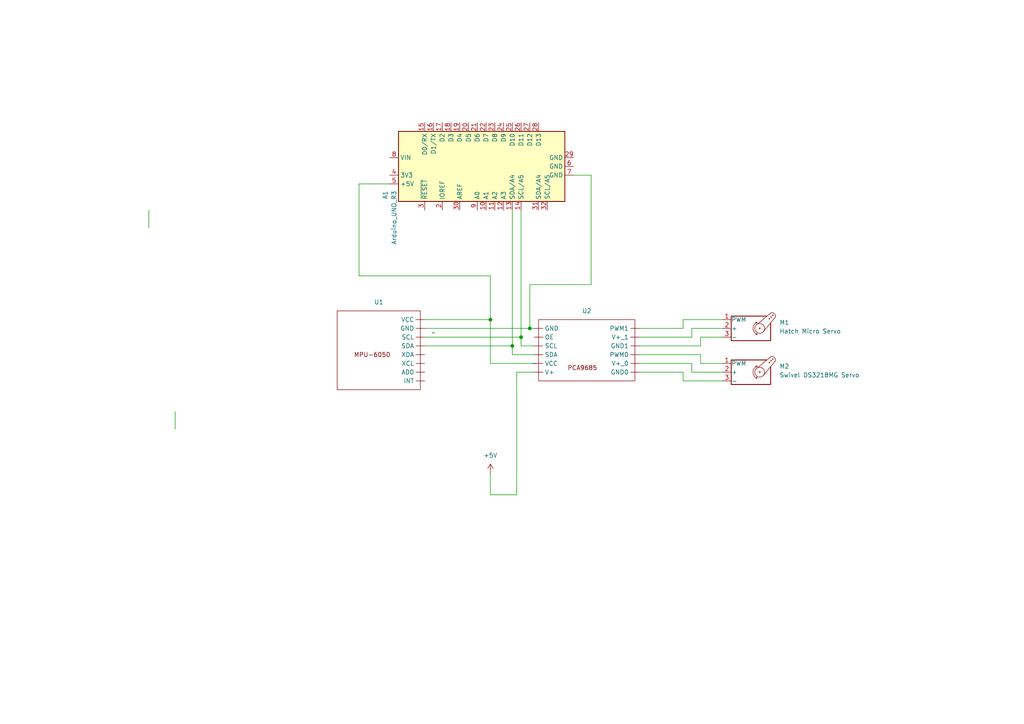
<source format=kicad_sch>
(kicad_sch (version 20230121) (generator eeschema)
  (paper "A4")
  (lib_symbols
    (symbol "MCU_Module:Arduino_UNO_R3"
      (property "Reference" "A" (at -10.16 23.495 0))
      (property "Value" "Arduino_UNO_R3" (at 5.08 -26.67 0))
      (symbol "Arduino_UNO_R3_0_1"
        (rectangle (start -10.16 22.86) (end 10.16 -25.4) (stroke (width 0.254)) (fill (type background)))
      )
      (symbol "Arduino_UNO_R3_1_1"
        (pin no_connect line (at -10.16 -20.32 0) (length 2.54) hide (name "NC") (number "1"))
        (pin bidirectional line (at 12.7 -2.54 180) (length 2.54) (name "A1") (number "10"))
        (pin bidirectional line (at 12.7 -5.08 180) (length 2.54) (name "A2") (number "11"))
        (pin bidirectional line (at 12.7 -7.62 180) (length 2.54) (name "A3") (number "12"))
        (pin bidirectional line (at 12.7 -10.16 180) (length 2.54) (name "SDA/A4") (number "13"))
        (pin bidirectional line (at 12.7 -12.7 180) (length 2.54) (name "SCL/A5") (number "14"))
        (pin bidirectional line (at -12.7 15.24 0) (length 2.54) (name "D0/RX") (number "15"))
        (pin bidirectional line (at -12.7 12.7 0) (length 2.54) (name "D1/TX") (number "16"))
        (pin bidirectional line (at -12.7 10.16 0) (length 2.54) (name "D2") (number "17"))
        (pin bidirectional line (at -12.7 7.62 0) (length 2.54) (name "D3") (number "18"))
        (pin bidirectional line (at -12.7 5.08 0) (length 2.54) (name "D4") (number "19"))
        (pin output line (at 12.7 10.16 180) (length 2.54) (name "IOREF") (number "2"))
        (pin bidirectional line (at -12.7 2.54 0) (length 2.54) (name "D5") (number "20"))
        (pin bidirectional line (at -12.7 0 0) (length 2.54) (name "D6") (number "21"))
        (pin bidirectional line (at -12.7 -2.54 0) (length 2.54) (name "D7") (number "22"))
        (pin bidirectional line (at -12.7 -5.08 0) (length 2.54) (name "D8") (number "23"))
        (pin bidirectional line (at -12.7 -7.62 0) (length 2.54) (name "D9") (number "24"))
        (pin bidirectional line (at -12.7 -10.16 0) (length 2.54) (name "D10") (number "25"))
        (pin bidirectional line (at -12.7 -12.7 0) (length 2.54) (name "D11") (number "26"))
        (pin bidirectional line (at -12.7 -15.24 0) (length 2.54) (name "D12") (number "27"))
        (pin bidirectional line (at -12.7 -17.78 0) (length 2.54) (name "D13") (number "28"))
        (pin power_in line (at -2.54 -27.94 90) (length 2.54) (name "GND") (number "29"))
        (pin input line (at 12.7 15.24 180) (length 2.54) (name "~{RESET}") (number "3"))
        (pin input line (at 12.7 5.08 180) (length 2.54) (name "AREF") (number "30"))
        (pin bidirectional line (at 12.7 -17.78 180) (length 2.54) (name "SDA/A4") (number "31"))
        (pin bidirectional line (at 12.7 -20.32 180) (length 2.54) (name "SCL/A5") (number "32"))
        (pin power_out line (at 2.54 25.4 270) (length 2.54) (name "3V3") (number "4"))
        (pin power_out line (at 5.08 25.4 270) (length 2.54) (name "+5V") (number "5"))
        (pin power_in line (at 0 -27.94 90) (length 2.54) (name "GND") (number "6"))
        (pin power_in line (at 2.54 -27.94 90) (length 2.54) (name "GND") (number "7"))
        (pin power_in line (at -2.54 25.4 270) (length 2.54) (name "VIN") (number "8"))
        (pin bidirectional line (at 12.7 0 180) (length 2.54) (name "A0") (number "9"))
      )
    )
    (symbol "Motor:Motor_Servo" (pin_names (offset 0.0254))
      (property "Reference" "M" (at -5.08 4.445 0))
      (property "Value" "Motor_Servo" (at -5.08 -4.064 0))
      (symbol "Motor_Servo_0_1"
        (polyline (pts (xy 2.413 -1.778) (xy 2.032 -1.778)))
        (polyline (pts (xy 2.413 -1.778) (xy 2.286 -1.397)))
        (polyline (pts (xy 2.413 1.778) (xy 1.905 1.778)))
        (polyline (pts (xy 2.413 1.778) (xy 2.286 1.397)))
        (polyline (pts (xy 6.35 4.445) (xy 2.54 1.27)))
        (polyline (pts (xy 7.62 3.175) (xy 4.191 -1.016)))
        (polyline (pts (xy 5.08 3.556) (xy -5.08 3.556) (xy -5.08 -3.556) (xy 6.35 -3.556) (xy 6.35 1.524)) (stroke (width 0.254)))
        (arc (start 2.413 1.778) (mid 1.2406 0) (end 2.413 -1.778))
        (circle (center 3.175 0) (radius 0.1778))
        (circle (center 3.175 0) (radius 1.4224))
        (circle (center 5.969 2.794) (radius 0.127))
        (circle (center 6.477 3.302) (radius 0.127))
        (circle (center 6.985 3.81) (radius 0.127))
        (arc (start 7.62 3.175) (mid 7.4485 4.2735) (end 6.35 4.445))
      )
      (symbol "Motor_Servo_1_1"
        (pin passive line (at -7.62 2.54 0) (length 2.54) (name "PWM") (number "1"))
        (pin passive line (at -7.62 0 0) (length 2.54) (name "+") (number "2"))
        (pin passive line (at -7.62 -2.54 0) (length 2.54) (name "-") (number "3"))
      )
    )
    (symbol "New_Library:MPU-6050"
      (property "Reference" "U" (at -17.78 -2.54 0))
      (symbol "MPU-6050_1_1"
        (rectangle (start -27.94 6.35) (end -3.81 -16.51))
        (text "MPU-6050\n" (at -17.78 -6.35 0) (effects (font (size 1.27 1.27))))
        (pin input line (at -2.54 -11.43 180) (length 2.54) (name "AD0") (number ""))
        (pin power_out line (at -2.54 1.27 180) (length 2.54) (name "GND") (number ""))
        (pin input line (at -2.54 -13.97 180) (length 2.54) (name "INT") (number ""))
        (pin input line (at -2.54 -1.27 180) (length 2.54) (name "SCL") (number ""))
        (pin input line (at -2.54 -3.81 180) (length 2.54) (name "SDA") (number ""))
        (pin power_out line (at -2.54 3.81 180) (length 2.54) (name "VCC") (number ""))
        (pin input line (at -2.54 -8.89 180) (length 2.54) (name "XCL") (number ""))
        (pin input line (at -2.54 -6.35 180) (length 2.54) (name "XDA") (number ""))
      )
    )
    (symbol "New_Library:PCA9685"
      (property "Reference" "U" (at 13.97 3.81 0))
      (symbol "PCA9685_0_1"
        (rectangle (start 1.27 12.7) (end 29.21 -5.08))
      )
      (symbol "PCA9685_1_1"
        (text "PCA9685" (at 13.97 -1.27 0) (effects (font (size 1.27 1.27))))
        (pin power_in line (at 0 10.16 0) (length 2.54) (name "GND") (number ""))
        (pin power_out line (at 30.48 -2.54 180) (length 2.54) (name "GND0") (number ""))
        (pin power_out line (at 30.48 5.08 180) (length 2.54) (name "GND1") (number ""))
        (pin input line (at 0 7.62 0) (length 2.54) (name "OE") (number ""))
        (pin output line (at 30.48 2.54 180) (length 2.54) (name "PWM0") (number ""))
        (pin output line (at 30.48 10.16 180) (length 2.54) (name "PWM1") (number ""))
        (pin input line (at 0 5.08 0) (length 2.54) (name "SCL") (number ""))
        (pin input line (at 0 2.54 0) (length 2.54) (name "SDA") (number ""))
        (pin power_in line (at 0 -2.54 0) (length 2.54) (name "V+") (number ""))
        (pin power_out line (at 30.48 0 180) (length 2.54) (name "V+_0") (number ""))
        (pin power_out line (at 30.48 7.62 180) (length 2.54) (name "V+_1") (number ""))
        (pin power_in line (at 0 0 0) (length 2.54) (name "VCC") (number ""))
      )
    )
    (symbol "power:+5V" (power) (pin_names (offset 0))
      (property "Value" "+5V" (at 0 3.556 0))
      (symbol "+5V_0_1"
        (polyline (pts (xy -0.762 1.27) (xy 0 2.54)))
        (polyline (pts (xy 0 0) (xy 0 2.54)))
        (polyline (pts (xy 0 2.54) (xy 0.762 1.27)))
      )
      (symbol "+5V_1_1"
        (pin power_in line (at 0 0 90) (length 0) hide (name "+5V") (number "1"))
      )
    )
  )
  (junction (at 142.24 92.71))
  (junction (at 148.59 100.33))
  (junction (at 153.67 95.25))
  (junction (at 151.13 97.79))
  (wire (pts (xy 153.67 95.25) (xy 154.94 95.25)))
  (wire (pts (xy 171.45 82.55) (xy 153.67 82.55)))
  (wire (pts (xy 142.24 143.51) (xy 149.86 143.51)))
  (wire (pts (xy 154.94 105.41) (xy 142.24 105.41)))
  (wire (pts (xy 200.66 107.95) (xy 209.55 107.95)))
  (wire (pts (xy 185.42 105.41) (xy 200.66 105.41)))
  (wire (pts (xy 123.19 97.79) (xy 151.13 97.79)))
  (wire (pts (xy 113.03 53.34) (xy 104.14 53.34)))
  (wire (pts (xy 185.42 102.87) (xy 203.2 102.87)))
  (wire (pts (xy 198.12 95.25) (xy 198.12 92.71)))
  (wire (pts (xy 203.2 105.41) (xy 209.55 105.41)))
  (wire (pts (xy 198.12 92.71) (xy 209.55 92.71)))
  (wire (pts (xy 123.19 95.25) (xy 153.67 95.25)))
  (wire (pts (xy 171.45 50.8) (xy 171.45 82.55)))
  (wire (pts (xy 43.18 66.04) (xy 43.18 60.96)))
  (wire (pts (xy 185.42 107.95) (xy 198.12 107.95)))
  (wire (pts (xy 148.59 100.33) (xy 148.59 102.87)))
  (wire (pts (xy 198.12 110.49) (xy 209.55 110.49)))
  (wire (pts (xy 149.86 143.51) (xy 149.86 107.95)))
  (wire (pts (xy 200.66 105.41) (xy 200.66 107.95)))
  (wire (pts (xy 104.14 80.01) (xy 142.24 80.01)))
  (wire (pts (xy 123.19 92.71) (xy 142.24 92.71)))
  (wire (pts (xy 149.86 107.95) (xy 154.94 107.95)))
  (wire (pts (xy 200.66 97.79) (xy 200.66 95.25)))
  (wire (pts (xy 203.2 100.33) (xy 203.2 97.79)))
  (wire (pts (xy 148.59 102.87) (xy 154.94 102.87)))
  (wire (pts (xy 142.24 137.16) (xy 142.24 143.51)))
  (wire (pts (xy 203.2 97.79) (xy 209.55 97.79)))
  (wire (pts (xy 151.13 100.33) (xy 154.94 100.33)))
  (wire (pts (xy 142.24 105.41) (xy 142.24 92.71)))
  (wire (pts (xy 142.24 80.01) (xy 142.24 92.71)))
  (wire (pts (xy 185.42 95.25) (xy 198.12 95.25)))
  (wire (pts (xy 153.67 82.55) (xy 153.67 95.25)))
  (wire (pts (xy 166.37 50.8) (xy 171.45 50.8)))
  (wire (pts (xy 200.66 95.25) (xy 209.55 95.25)))
  (wire (pts (xy 198.12 107.95) (xy 198.12 110.49)))
  (wire (pts (xy 203.2 102.87) (xy 203.2 105.41)))
  (wire (pts (xy 148.59 60.96) (xy 148.59 100.33)))
  (wire (pts (xy 123.19 100.33) (xy 148.59 100.33)))
  (wire (pts (xy 50.8 119.38) (xy 50.8 124.46)))
  (wire (pts (xy 151.13 60.96) (xy 151.13 97.79)))
  (wire (pts (xy 151.13 97.79) (xy 151.13 100.33)))
  (wire (pts (xy 104.14 53.34) (xy 104.14 80.01)))
  (wire (pts (xy 185.42 100.33) (xy 203.2 100.33)))
  (wire (pts (xy 185.42 97.79) (xy 200.66 97.79)))
  (symbol (lib_id "MCU_Module:Arduino_UNO_R3") (at 138.43 48.26 90) (mirror x) (unit 1)
    (property "Reference" "A1" (at 111.76 55.2959 0) (effects (justify left)))
    (property "Value" "Arduino_UNO_R3" (at 114.3 55.2959 0) (effects (justify left)))
    (property "Footprint" "Module:Arduino_UNO_R3" (effects hide))
    (property "Datasheet" "https://www.arduino.cc/en/Main/arduinoBoardUno" (effects hide))
  )
  (symbol (lib_id "Motor:Motor_Servo") (at 217.17 95.25 0) (unit 1)
    (property "Reference" "M1" (at 226.06 93.5466 0) (effects (justify left)))
    (property "Value" "Hatch Micro Servo" (at 226.06 96.0866 0) (effects (justify left)))
    (property "Datasheet" "http://forums.parallax.com/uploads/attachments/46831/74481.png" (effects hide))
  )
  (symbol (lib_id "New_Library:MPU-6050") (at 125.73 96.52 0) (unit 1)
    (property "Reference" "U1" (at 109.855 87.63 0))
    (property "Value" "~" (at 125.73 96.52 0))
  )
  (symbol (lib_id "power:+5V") (at 142.24 137.16 0) (unit 1)
    (property "Reference" "#PWR01" (effects hide))
    (property "Value" "+5V" (at 142.24 132.08 0))
  )
  (symbol (lib_id "New_Library:PCA9685") (at 154.94 105.41 0) (unit 1)
    (property "Reference" "U2" (at 170.18 90.17 0))
    (property "Value" "~" (at 154.94 105.41 0))
  )
  (symbol (lib_id "Motor:Motor_Servo") (at 217.17 107.95 0) (unit 1)
    (property "Reference" "M2" (at 226.06 106.2466 0) (effects (justify left)))
    (property "Value" "Swivel DS3218MG Servo" (at 226.06 108.7866 0) (effects (justify left)))
    (property "Datasheet" "http://forums.parallax.com/uploads/attachments/46831/74481.png" (effects hide))
  )
)
</source>
